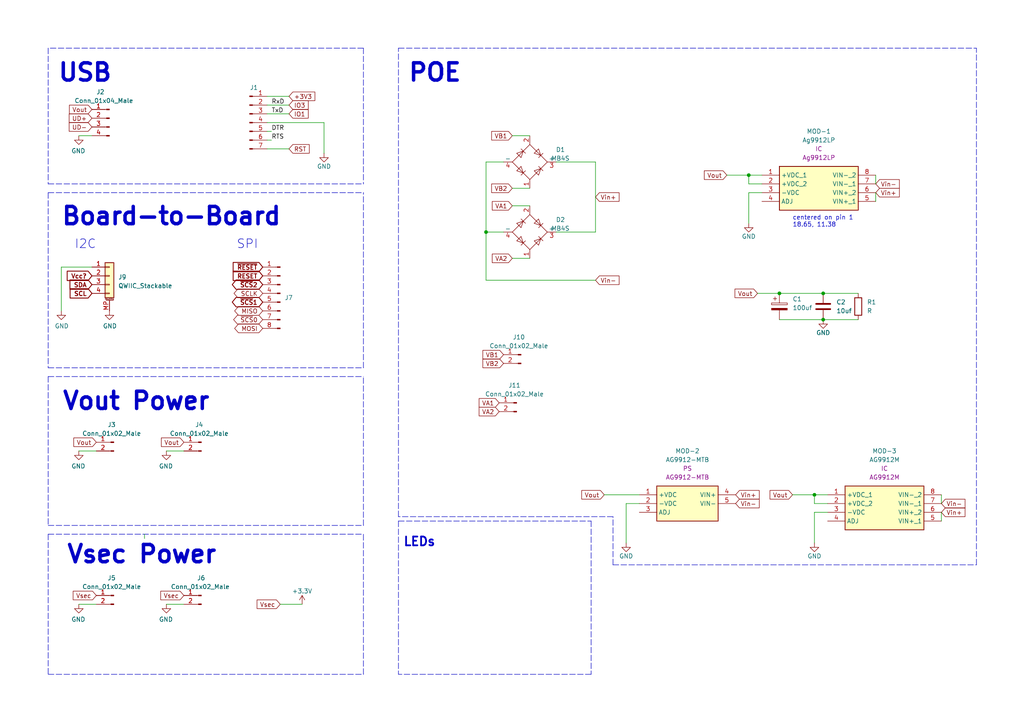
<source format=kicad_sch>
(kicad_sch (version 20211123) (generator eeschema)
  (paper "A4")
  (title_block (title "POE") (rev "0.2.0") (company "The Nerd Mage") (comment 2 "With help from Austins_Creations"))
  (lib_symbols
    (symbol "AG9912-MTB:AG9912-MTB"
      (property "Value" "AG9912-MTB" (at 0 0 0))
      (property "Reference_1" "PS" (at 24.13 7.62 0))
      (property "Value_1" "AG9912-MTB" (at 24.13 5.08 0))
      (symbol "AG9912-MTB_1_1"
        (rectangle (start 5.08 2.54) (end 22.86 -7.62) (stroke (width 0.254)) (fill (type background)))
        (pin passive line (at 0 0 0) (length 5.08) (name "+VDC") (number "1"))
        (pin passive line (at 0 -2.54 0) (length 5.08) (name "-VDC") (number "2"))
        (pin passive line (at 0 -5.08 0) (length 5.08) (name "ADJ") (number "3"))
        (pin passive line (at 27.94 0 180) (length 5.08) (name "VIN+") (number "4"))
        (pin passive line (at 27.94 -2.54 180) (length 5.08) (name "VIN-") (number "5"))
      )
    )
    (symbol "AG9912M:AG9912M"
      (property "Value" "AG9912M" (at 0 0 0))
      (property "Reference_1" "IC" (at 29.21 7.62 0))
      (property "Value_1" "AG9912M" (at 29.21 5.08 0))
      (symbol "AG9912M_1_1"
        (rectangle (start 5.08 2.54) (end 27.94 -10.16) (stroke (width 0.254)) (fill (type background)))
        (pin passive line (at 0 0 0) (length 5.08) (name "+VDC_1") (number "1"))
        (pin passive line (at 0 -2.54 0) (length 5.08) (name "+VDC_2") (number "2"))
        (pin passive line (at 0 -5.08 0) (length 5.08) (name "-VDC") (number "3"))
        (pin passive line (at 0 -7.62 0) (length 5.08) (name "ADJ") (number "4"))
        (pin passive line (at 33.02 -7.62 180) (length 5.08) (name "VIN+_1") (number "5"))
        (pin passive line (at 33.02 -5.08 180) (length 5.08) (name "VIN+_2") (number "6"))
        (pin passive line (at 33.02 -2.54 180) (length 5.08) (name "VIN-_1") (number "7"))
        (pin passive line (at 33.02 0 180) (length 5.08) (name "VIN-_2") (number "8"))
      )
    )
    (symbol "Ag9912LP:Ag9912LP"
      (property "Value" "Ag9912LP" (at 0 0 0))
      (property "Reference_1" "IC" (at 29.21 7.62 0))
      (property "Value_1" "Ag9912LP" (at 29.21 5.08 0))
      (symbol "Ag9912LP_1_1"
        (rectangle (start 5.08 2.54) (end 27.94 -10.16) (stroke (width 0.254)) (fill (type background)))
        (pin passive line (at 0 0 0) (length 5.08) (name "+VDC_1") (number "1"))
        (pin passive line (at 0 -2.54 0) (length 5.08) (name "+VDC_2") (number "2"))
        (pin passive line (at 0 -5.08 0) (length 5.08) (name "-VDC") (number "3"))
        (pin passive line (at 0 -7.62 0) (length 5.08) (name "ADJ") (number "4"))
        (pin passive line (at 33.02 -7.62 180) (length 5.08) (name "VIN+_1") (number "5"))
        (pin passive line (at 33.02 -5.08 180) (length 5.08) (name "VIN+_2") (number "6"))
        (pin passive line (at 33.02 -2.54 180) (length 5.08) (name "VIN-_1") (number "7"))
        (pin passive line (at 33.02 0 180) (length 5.08) (name "VIN-_2") (number "8"))
      )
    )
    (symbol "Connector:Conn_01x02_Male" (pin_names (offset 1.016) hide)
      (property "Reference" "J" (at 0 2.54 0))
      (property "Value" "Conn_01x02_Male" (at 0 -5.08 0))
      (symbol "Conn_01x02_Male_1_1"
        (polyline (pts (xy 1.27 -2.54) (xy 0.8636 -2.54)) (stroke (width 0.1524)))
        (polyline (pts (xy 1.27 0) (xy 0.8636 0)) (stroke (width 0.1524)))
        (rectangle (start 0.8636 -2.413) (end 0 -2.667) (stroke (width 0.1524)) (fill (type outline)))
        (rectangle (start 0.8636 0.127) (end 0 -0.127) (stroke (width 0.1524)) (fill (type outline)))
        (pin passive line (at 5.08 0 180) (length 3.81) (name "Pin_1") (number "1"))
        (pin passive line (at 5.08 -2.54 180) (length 3.81) (name "Pin_2") (number "2"))
      )
    )
    (symbol "Connector:Conn_01x04_Male" (pin_names (offset 1.016) hide)
      (property "Reference" "J" (at 0 5.08 0))
      (property "Value" "Conn_01x04_Male" (at 0 -7.62 0))
      (symbol "Conn_01x04_Male_1_1"
        (polyline (pts (xy 1.27 -5.08) (xy 0.8636 -5.08)) (stroke (width 0.1524)))
        (polyline (pts (xy 1.27 -2.54) (xy 0.8636 -2.54)) (stroke (width 0.1524)))
        (polyline (pts (xy 1.27 0) (xy 0.8636 0)) (stroke (width 0.1524)))
        (polyline (pts (xy 1.27 2.54) (xy 0.8636 2.54)) (stroke (width 0.1524)))
        (rectangle (start 0.8636 -4.953) (end 0 -5.207) (stroke (width 0.1524)) (fill (type outline)))
        (rectangle (start 0.8636 -2.413) (end 0 -2.667) (stroke (width 0.1524)) (fill (type outline)))
        (rectangle (start 0.8636 0.127) (end 0 -0.127) (stroke (width 0.1524)) (fill (type outline)))
        (rectangle (start 0.8636 2.667) (end 0 2.413) (stroke (width 0.1524)) (fill (type outline)))
        (pin passive line (at 5.08 2.54 180) (length 3.81) (name "Pin_1") (number "1"))
        (pin passive line (at 5.08 0 180) (length 3.81) (name "Pin_2") (number "2"))
        (pin passive line (at 5.08 -2.54 180) (length 3.81) (name "Pin_3") (number "3"))
        (pin passive line (at 5.08 -5.08 180) (length 3.81) (name "Pin_4") (number "4"))
      )
    )
    (symbol "Connector:Conn_01x07_Male" (pin_names (offset 1.016) hide)
      (property "Reference" "J" (at 0 10.16 0))
      (property "Value" "Conn_01x07_Male" (at 0 -10.16 0))
      (symbol "Conn_01x07_Male_1_1"
        (polyline (pts (xy 1.27 -7.62) (xy 0.8636 -7.62)) (stroke (width 0.1524)))
        (polyline (pts (xy 1.27 -5.08) (xy 0.8636 -5.08)) (stroke (width 0.1524)))
        (polyline (pts (xy 1.27 -2.54) (xy 0.8636 -2.54)) (stroke (width 0.1524)))
        (polyline (pts (xy 1.27 0) (xy 0.8636 0)) (stroke (width 0.1524)))
        (polyline (pts (xy 1.27 2.54) (xy 0.8636 2.54)) (stroke (width 0.1524)))
        (polyline (pts (xy 1.27 5.08) (xy 0.8636 5.08)) (stroke (width 0.1524)))
        (polyline (pts (xy 1.27 7.62) (xy 0.8636 7.62)) (stroke (width 0.1524)))
        (rectangle (start 0.8636 -7.493) (end 0 -7.747) (stroke (width 0.1524)) (fill (type outline)))
        (rectangle (start 0.8636 -4.953) (end 0 -5.207) (stroke (width 0.1524)) (fill (type outline)))
        (rectangle (start 0.8636 -2.413) (end 0 -2.667) (stroke (width 0.1524)) (fill (type outline)))
        (rectangle (start 0.8636 0.127) (end 0 -0.127) (stroke (width 0.1524)) (fill (type outline)))
        (rectangle (start 0.8636 2.667) (end 0 2.413) (stroke (width 0.1524)) (fill (type outline)))
        (rectangle (start 0.8636 5.207) (end 0 4.953) (stroke (width 0.1524)) (fill (type outline)))
        (rectangle (start 0.8636 7.747) (end 0 7.493) (stroke (width 0.1524)) (fill (type outline)))
        (pin passive line (at 5.08 7.62 180) (length 3.81) (name "Pin_1") (number "1"))
        (pin passive line (at 5.08 5.08 180) (length 3.81) (name "Pin_2") (number "2"))
        (pin passive line (at 5.08 2.54 180) (length 3.81) (name "Pin_3") (number "3"))
        (pin passive line (at 5.08 0 180) (length 3.81) (name "Pin_4") (number "4"))
        (pin passive line (at 5.08 -2.54 180) (length 3.81) (name "Pin_5") (number "5"))
        (pin passive line (at 5.08 -5.08 180) (length 3.81) (name "Pin_6") (number "6"))
        (pin passive line (at 5.08 -7.62 180) (length 3.81) (name "Pin_7") (number "7"))
      )
    )
    (symbol "Connector:Conn_01x08_Male" (pin_names (offset 1.016) hide)
      (property "Reference" "J" (at 0 10.16 0))
      (property "Value" "Conn_01x08_Male" (at 0 -12.7 0))
      (symbol "Conn_01x08_Male_1_1"
        (polyline (pts (xy 1.27 -10.16) (xy 0.8636 -10.16)) (stroke (width 0.1524)))
        (polyline (pts (xy 1.27 -7.62) (xy 0.8636 -7.62)) (stroke (width 0.1524)))
        (polyline (pts (xy 1.27 -5.08) (xy 0.8636 -5.08)) (stroke (width 0.1524)))
        (polyline (pts (xy 1.27 -2.54) (xy 0.8636 -2.54)) (stroke (width 0.1524)))
        (polyline (pts (xy 1.27 0) (xy 0.8636 0)) (stroke (width 0.1524)))
        (polyline (pts (xy 1.27 2.54) (xy 0.8636 2.54)) (stroke (width 0.1524)))
        (polyline (pts (xy 1.27 5.08) (xy 0.8636 5.08)) (stroke (width 0.1524)))
        (polyline (pts (xy 1.27 7.62) (xy 0.8636 7.62)) (stroke (width 0.1524)))
        (rectangle (start 0.8636 -10.033) (end 0 -10.287) (stroke (width 0.1524)) (fill (type outline)))
        (rectangle (start 0.8636 -7.493) (end 0 -7.747) (stroke (width 0.1524)) (fill (type outline)))
        (rectangle (start 0.8636 -4.953) (end 0 -5.207) (stroke (width 0.1524)) (fill (type outline)))
        (rectangle (start 0.8636 -2.413) (end 0 -2.667) (stroke (width 0.1524)) (fill (type outline)))
        (rectangle (start 0.8636 0.127) (end 0 -0.127) (stroke (width 0.1524)) (fill (type outline)))
        (rectangle (start 0.8636 2.667) (end 0 2.413) (stroke (width 0.1524)) (fill (type outline)))
        (rectangle (start 0.8636 5.207) (end 0 4.953) (stroke (width 0.1524)) (fill (type outline)))
        (rectangle (start 0.8636 7.747) (end 0 7.493) (stroke (width 0.1524)) (fill (type outline)))
        (pin passive line (at 5.08 7.62 180) (length 3.81) (name "Pin_1") (number "1"))
        (pin passive line (at 5.08 5.08 180) (length 3.81) (name "Pin_2") (number "2"))
        (pin passive line (at 5.08 2.54 180) (length 3.81) (name "Pin_3") (number "3"))
        (pin passive line (at 5.08 0 180) (length 3.81) (name "Pin_4") (number "4"))
        (pin passive line (at 5.08 -2.54 180) (length 3.81) (name "Pin_5") (number "5"))
        (pin passive line (at 5.08 -5.08 180) (length 3.81) (name "Pin_6") (number "6"))
        (pin passive line (at 5.08 -7.62 180) (length 3.81) (name "Pin_7") (number "7"))
        (pin passive line (at 5.08 -10.16 180) (length 3.81) (name "Pin_8") (number "8"))
      )
    )
    (symbol "Connector_QWIIC_Stackable:QWIIC_Stackable" (pin_names (offset 1.016) hide)
      (property "Reference" "J" (at 0 5.08 0))
      (property "Value" "QWIIC_Stackable" (at 1.27 -7.62 0))
      (symbol "QWIIC_Stackable_1_1"
        (rectangle (start -1.27 -4.953) (end 0 -5.207) (stroke (width 0.1524)))
        (rectangle (start -1.27 -2.413) (end 0 -2.667) (stroke (width 0.1524)))
        (rectangle (start -1.27 0.127) (end 0 -0.127) (stroke (width 0.1524)))
        (rectangle (start -1.27 2.667) (end 0 2.413) (stroke (width 0.1524)))
        (rectangle (start -1.27 3.81) (end 1.27 -6.35) (stroke (width 0.254)) (fill (type background)))
        (polyline (pts (xy -1.016 -7.112) (xy 1.016 -7.112)) (stroke (width 0.1524)))
        (text "Mounting" (at 0 -6.731 0) (effects (font (size 0.381 0.381))))
        (pin passive line (at -5.08 2.54 0) (length 3.81) (name "Pin_1") (number "1"))
        (pin passive line (at -5.08 0 0) (length 3.81) (name "Pin_2") (number "2"))
        (pin passive line (at -5.08 -2.54 0) (length 3.81) (name "Pin_3") (number "3"))
        (pin passive line (at -5.08 -5.08 0) (length 3.81) (name "Pin_4") (number "4"))
        (pin passive line (at 0 -10.16 90) (length 3.048) (name "MountPin") (number "MP"))
      )
    )
    (symbol "Device:C" (pin_numbers hide) (pin_names (offset 0.254))
      (property "Reference" "C" (at 0.635 2.54 0))
      (property "Value" "C" (at 0.635 -2.54 0))
      (symbol "C_0_1"
        (polyline (pts (xy -2.032 -0.762) (xy 2.032 -0.762)) (stroke (width 0.508)))
        (polyline (pts (xy -2.032 0.762) (xy 2.032 0.762)) (stroke (width 0.508)))
      )
      (symbol "C_1_1"
        (pin passive line (at 0 3.81 270) (length 2.794) (name "~") (number "1"))
        (pin passive line (at 0 -3.81 90) (length 2.794) (name "~") (number "2"))
      )
    )
    (symbol "Device:C_Polarized" (pin_numbers hide) (pin_names (offset 0.254))
      (property "Reference" "C" (at 0.635 2.54 0))
      (property "Value" "C_Polarized" (at 0.635 -2.54 0))
      (symbol "C_Polarized_0_1"
        (rectangle (start -2.286 0.508) (end 2.286 1.016))
        (polyline (pts (xy -1.778 2.286) (xy -0.762 2.286)))
        (polyline (pts (xy -1.27 2.794) (xy -1.27 1.778)))
        (rectangle (start 2.286 -0.508) (end -2.286 -1.016) (fill (type outline)))
      )
      (symbol "C_Polarized_1_1"
        (pin passive line (at 0 3.81 270) (length 2.794) (name "~") (number "1"))
        (pin passive line (at 0 -3.81 90) (length 2.794) (name "~") (number "2"))
      )
    )
    (symbol "Device:R" (pin_numbers hide) (pin_names (offset 0))
      (property "Reference" "R" (at 2.032 0 90))
      (property "Value" "R" (at 0 0 90))
      (symbol "R_0_1"
        (rectangle (start -1.016 -2.54) (end 1.016 2.54) (stroke (width 0.254)))
      )
      (symbol "R_1_1"
        (pin passive line (at 0 3.81 270) (length 1.27) (name "~") (number "1"))
        (pin passive line (at 0 -3.81 90) (length 1.27) (name "~") (number "2"))
      )
    )
    (symbol "Diode_Bridge:MB4S" (pin_names (offset 0))
      (property "Reference" "D" (at 2.54 6.985 0))
      (property "Value" "MB4S" (at 2.54 5.08 0))
      (symbol "MB4S_0_1"
        (polyline (pts (xy -2.54 3.81) (xy -1.27 2.54)))
        (polyline (pts (xy -1.27 -2.54) (xy -2.54 -3.81)))
        (polyline (pts (xy 2.54 -1.27) (xy 3.81 -2.54)))
        (polyline (pts (xy 2.54 1.27) (xy 3.81 2.54)))
        (polyline (pts (xy -3.81 2.54) (xy -2.54 1.27) (xy -1.905 3.175) (xy -3.81 2.54)))
        (polyline (pts (xy -2.54 -1.27) (xy -3.81 -2.54) (xy -1.905 -3.175) (xy -2.54 -1.27)))
        (polyline (pts (xy 1.27 2.54) (xy 2.54 3.81) (xy 3.175 1.905) (xy 1.27 2.54)))
        (polyline (pts (xy 3.175 -1.905) (xy 1.27 -2.54) (xy 2.54 -3.81) (xy 3.175 -1.905)))
        (polyline (pts (xy -5.08 0) (xy 0 -5.08) (xy 5.08 0) (xy 0 5.08) (xy -5.08 0)))
      )
      (symbol "MB4S_1_1"
        (pin passive line (at 0 -7.62 90) (length 2.54) (name "~") (number "1"))
        (pin passive line (at 0 7.62 270) (length 2.54) (name "~") (number "2"))
        (pin passive line (at 7.62 0 180) (length 2.54) (name "+") (number "3"))
        (pin passive line (at -7.62 0 0) (length 2.54) (name "-") (number "4"))
      )
    )
    (symbol "power:+3.3V" (power) (pin_names (offset 0))
      (property "Value" "+3.3V" (at 0 3.556 0))
      (symbol "+3.3V_0_1"
        (polyline (pts (xy -0.762 1.27) (xy 0 2.54)))
        (polyline (pts (xy 0 0) (xy 0 2.54)))
        (polyline (pts (xy 0 2.54) (xy 0.762 1.27)))
      )
      (symbol "+3.3V_1_1"
        (pin power_in line (at 0 0 90) (length 0) hide (name "+3.3V") (number "1"))
      )
    )
    (symbol "power:GND" (power) (pin_names (offset 0))
      (property "Value" "GND" (at 0 -3.81 0))
      (symbol "GND_0_1"
        (polyline (pts (xy 0 0) (xy 0 -1.27) (xy 1.27 -1.27) (xy 0 -2.54) (xy -1.27 -1.27) (xy 0 -1.27)))
      )
      (symbol "GND_1_1"
        (pin power_in line (at 0 0 270) (length 0) hide (name "GND") (number "1"))
      )
    )
  )
  (junction (at 238.76 85.09))
  (junction (at 238.76 92.71))
  (junction (at 140.97 67.31))
  (junction (at 226.06 85.09))
  (junction (at 217.17 50.8))
  (junction (at 236.22 143.51))
  (wire (pts (xy 226.06 92.71) (xy 238.76 92.71)))
  (polyline (pts (xy 303.53 15.24) (xy 303.53 20.32)))
  (wire (pts (xy 148.59 74.93) (xy 153.67 74.93)))
  (polyline (pts (xy 115.57 151.13) (xy 171.45 151.13)))
  (polyline (pts (xy 105.41 13.97) (xy 105.41 53.34)))
  (wire (pts (xy 77.47 27.94) (xy 83.82 27.94)))
  (wire (pts (xy 254 50.8) (xy 254 53.34)))
  (wire (pts (xy 236.22 146.05) (xy 236.22 143.51)))
  (wire (pts (xy 181.61 146.05) (xy 185.42 146.05)))
  (polyline (pts (xy 105.41 13.97) (xy 13.97 13.97)))
  (polyline (pts (xy 13.97 152.4) (xy 105.41 152.4)))
  (polyline (pts (xy 115.57 151.13) (xy 115.57 195.58)))
  (wire (pts (xy 140.97 81.28) (xy 140.97 67.31)))
  (polyline (pts (xy 13.97 55.88) (xy 105.41 55.88)))
  (polyline (pts (xy 105.41 152.4) (xy 105.41 109.22)))
  (wire (pts (xy 77.47 33.02) (xy 83.82 33.02)))
  (wire (pts (xy 148.59 39.37) (xy 153.67 39.37)))
  (wire (pts (xy 217.17 50.8) (xy 220.98 50.8)))
  (wire (pts (xy 226.06 85.09) (xy 238.76 85.09)))
  (wire (pts (xy 26.67 77.47) (xy 17.78 77.47)))
  (polyline (pts (xy 13.97 154.94) (xy 105.41 154.94)))
  (polyline (pts (xy 13.97 109.22) (xy 13.97 152.4)))
  (wire (pts (xy 240.03 148.59) (xy 236.22 148.59)))
  (wire (pts (xy 210.82 50.8) (xy 217.17 50.8)))
  (wire (pts (xy 181.61 157.48) (xy 181.61 146.05)))
  (polyline (pts (xy 171.45 195.58) (xy 115.57 195.58)))
  (wire (pts (xy 140.97 67.31) (xy 140.97 46.99)))
  (polyline (pts (xy 13.97 195.58) (xy 105.41 195.58)))
  (wire (pts (xy 26.67 39.37) (xy 22.86 39.37)))
  (wire (pts (xy 172.72 81.28) (xy 140.97 81.28)))
  (wire (pts (xy 229.87 143.51) (xy 236.22 143.51)))
  (polyline (pts (xy 13.97 53.34) (xy 105.41 53.34)))
  (wire (pts (xy 220.98 53.34) (xy 217.17 53.34)))
  (wire (pts (xy 217.17 53.34) (xy 217.17 50.8)))
  (polyline (pts (xy 115.57 149.86) (xy 115.57 13.97)))
  (wire (pts (xy 273.05 143.51) (xy 273.05 146.05)))
  (polyline (pts (xy 105.41 195.58) (xy 105.41 154.94)))
  (wire (pts (xy 217.17 55.88) (xy 217.17 64.77)))
  (polyline (pts (xy 13.97 154.94) (xy 13.97 195.58)))
  (wire (pts (xy 77.47 43.18) (xy 83.82 43.18)))
  (polyline (pts (xy 115.57 13.97) (xy 283.21 13.97)))
  (polyline (pts (xy 177.8 149.86) (xy 115.57 149.86)))
  (polyline (pts (xy 13.97 13.97) (xy 13.97 53.34)))
  (wire (pts (xy 93.98 35.56) (xy 77.47 35.56)))
  (wire (pts (xy 219.71 85.09) (xy 226.06 85.09)))
  (wire (pts (xy 48.26 130.81) (xy 53.34 130.81)))
  (wire (pts (xy 161.29 67.31) (xy 172.72 67.31)))
  (wire (pts (xy 140.97 46.99) (xy 146.05 46.99)))
  (wire (pts (xy 240.03 146.05) (xy 236.22 146.05)))
  (wire (pts (xy 22.86 130.81) (xy 27.94 130.81)))
  (wire (pts (xy 236.22 143.51) (xy 240.03 143.51)))
  (wire (pts (xy 77.47 40.64) (xy 78.74 40.64)))
  (polyline (pts (xy 177.8 163.83) (xy 177.8 149.86)))
  (wire (pts (xy 77.47 30.48) (xy 83.82 30.48)))
  (wire (pts (xy 236.22 148.59) (xy 236.22 157.48)))
  (wire (pts (xy 41.91 156.21) (xy 41.91 154.94)))
  (polyline (pts (xy 13.97 106.68) (xy 105.41 106.68)))
  (wire (pts (xy 172.72 46.99) (xy 172.72 67.31)))
  (wire (pts (xy 161.29 46.99) (xy 172.72 46.99)))
  (wire (pts (xy 48.26 175.26) (xy 53.34 175.26)))
  (wire (pts (xy 148.59 59.69) (xy 153.67 59.69)))
  (wire (pts (xy 220.98 55.88) (xy 217.17 55.88)))
  (wire (pts (xy 93.98 44.45) (xy 93.98 35.56)))
  (polyline (pts (xy 177.8 163.83) (xy 283.21 163.83)))
  (wire (pts (xy 238.76 92.71) (xy 248.92 92.71)))
  (polyline (pts (xy 13.97 55.88) (xy 13.97 106.68)))
  (wire (pts (xy 17.78 77.47) (xy 17.78 90.17)))
  (wire (pts (xy 175.26 143.51) (xy 185.42 143.51)))
  (polyline (pts (xy 171.45 151.13) (xy 171.45 195.58)))
  (wire (pts (xy 81.28 175.26) (xy 87.63 175.26)))
  (wire (pts (xy 273.05 148.59) (xy 273.05 151.13)))
  (wire (pts (xy 148.59 54.61) (xy 153.67 54.61)))
  (wire (pts (xy 140.97 67.31) (xy 146.05 67.31)))
  (wire (pts (xy 77.47 38.1) (xy 78.74 38.1)))
  (polyline (pts (xy 283.21 163.83) (xy 283.21 13.97)))
  (polyline (pts (xy 13.97 109.22) (xy 105.41 109.22)))
  (polyline (pts (xy 105.41 106.68) (xy 105.41 55.88)))
  (wire (pts (xy 238.76 85.09) (xy 248.92 85.09)))
  (wire (pts (xy 254 55.88) (xy 254 58.42)))
  (wire (pts (xy 22.86 175.26) (xy 27.94 175.26)))
  (text "Vsec Power" (at 19.05 163.83 0) (effects (font (size 5 5) (thickness 1) bold) (justify left bottom)))
  (text "Vout Power" (at 17.78 119.38 0) (effects (font (size 5 5) (thickness 1) bold) (justify left bottom)))
  (text "I2C" (at 21.59 72.39 0) (effects (font (size 2.54 2.54)) (justify left bottom)))
  (text "USB" (at 16.51 24.13 0) (effects (font (size 5 5) (thickness 1) bold) (justify left bottom)))
  (text "centered on pin 1\n18.65, 11.38\n" (at 229.87 66.04 0) (effects (font (size 1.27 1.27)) (justify left bottom)))
  (text "Board-to-Board" (at 17.5078 65.7825 0) (effects (font (size 5 5) (thickness 1) bold) (justify left bottom)))
  (text "SPI" (at 68.58 72.39 0) (effects (font (size 2.54 2.54)) (justify left bottom)))
  (text "POE" (at 118.11 24.13 0) (effects (font (size 5 5) (thickness 1) bold) (justify left bottom)))
  (text "LEDs" (at 116.84 158.75 180) (effects (font (size 2.54 2.54) (thickness 0.508) bold) (justify left bottom)))
  (label "TxD" (at 78.74 33.02 0))
  (label "DTR" (at 78.74 38.1 0))
  (label "RTS" (at 78.74 40.64 0))
  (label "RxD" (at 78.74 30.48 0))
  (global_label "Vin-" (shape input) (at 254 53.34 0) (property "Intersheet References" "${INTERSHEET_REFS}" (effects hide)))
  (global_label "Vout" (shape input) (at 210.82 50.8 180) (property "Intersheet References" "${INTERSHEET_REFS}" (effects hide)))
  (global_label "Vcc?" (shape input) (at 26.67 80.01 180) (effects (font (thickness 0.254) bold)) (property "Intersheet References" "${INTERSHEET_REFS}" (effects hide)))
  (global_label "Vout" (shape input) (at 26.67 31.75 180) (property "Intersheet References" "${INTERSHEET_REFS}" (effects hide)))
  (global_label "Vin+" (shape input) (at 273.05 148.59 0) (property "Intersheet References" "${INTERSHEET_REFS}" (effects hide)))
  (global_label "~{SCS}1" (shape bidirectional) (at 76.2 87.63 180) (effects (font (thickness 0.254) bold)) (property "Intersheet References" "${INTERSHEET_REFS}" (effects hide)))
  (global_label "Vout" (shape input) (at 229.87 143.51 180) (property "Intersheet References" "${INTERSHEET_REFS}" (effects hide)))
  (global_label "Vout" (shape input) (at 27.94 128.27 180) (property "Intersheet References" "${INTERSHEET_REFS}" (effects hide)))
  (global_label "IO3" (shape input) (at 83.82 30.48 0) (property "Intersheet References" "${INTERSHEET_REFS}" (effects hide)))
  (global_label "Vsec" (shape input) (at 81.28 175.26 180) (property "Intersheet References" "${INTERSHEET_REFS}" (effects hide)))
  (global_label "~{SCS}0" (shape bidirectional) (at 76.2 92.71 180) (property "Intersheet References" "${INTERSHEET_REFS}" (effects hide)))
  (global_label "Vout" (shape input) (at 53.34 128.27 180) (property "Intersheet References" "${INTERSHEET_REFS}" (effects hide)))
  (global_label "Vsec" (shape input) (at 27.94 172.72 180) (property "Intersheet References" "${INTERSHEET_REFS}" (effects hide)))
  (global_label "IO1" (shape input) (at 83.82 33.02 0) (property "Intersheet References" "${INTERSHEET_REFS}" (effects hide)))
  (global_label "VB1" (shape input) (at 148.59 39.37 180) (property "Intersheet References" "${INTERSHEET_REFS}" (effects hide)))
  (global_label "UD-" (shape input) (at 26.67 36.83 180) (property "Intersheet References" "${INTERSHEET_REFS}" (effects hide)))
  (global_label "VB2" (shape input) (at 146.05 105.41 180) (property "Intersheet References" "${INTERSHEET_REFS}" (effects hide)))
  (global_label "Vin+" (shape input) (at 213.36 143.51 0) (property "Intersheet References" "${INTERSHEET_REFS}" (effects hide)))
  (global_label "MISO" (shape bidirectional) (at 76.2 90.17 180) (property "Intersheet References" "${INTERSHEET_REFS}" (effects hide)))
  (global_label "Vin-" (shape input) (at 213.36 146.05 0) (property "Intersheet References" "${INTERSHEET_REFS}" (effects hide)))
  (global_label "SCLK" (shape bidirectional) (at 76.2 85.09 180) (property "Intersheet References" "${INTERSHEET_REFS}" (effects hide)))
  (global_label "Vin+" (shape input) (at 254 55.88 0) (property "Intersheet References" "${INTERSHEET_REFS}" (effects hide)))
  (global_label "VA1" (shape input) (at 148.59 59.69 180) (property "Intersheet References" "${INTERSHEET_REFS}" (effects hide)))
  (global_label "VA2" (shape input) (at 144.78 119.38 180) (property "Intersheet References" "${INTERSHEET_REFS}" (effects hide)))
  (global_label "Vout" (shape input) (at 219.71 85.09 180) (property "Intersheet References" "${INTERSHEET_REFS}" (effects hide)))
  (global_label "SDA" (shape input) (at 26.67 82.55 180) (effects (font bold)) (property "Intersheet References" "${INTERSHEET_REFS}" (effects hide)))
  (global_label "Vin+" (shape input) (at 172.72 57.15 0) (property "Intersheet References" "${INTERSHEET_REFS}" (effects hide)))
  (global_label "+3V3" (shape input) (at 83.82 27.94 0) (property "Intersheet References" "${INTERSHEET_REFS}" (effects hide)))
  (global_label "Vin-" (shape input) (at 172.72 81.28 0) (property "Intersheet References" "${INTERSHEET_REFS}" (effects hide)))
  (global_label "SCL" (shape input) (at 26.67 85.09 180) (effects (font (thickness 0.254) bold)) (property "Intersheet References" "${INTERSHEET_REFS}" (effects hide)))
  (global_label "VA2" (shape input) (at 148.59 74.93 180) (property "Intersheet References" "${INTERSHEET_REFS}" (effects hide)))
  (global_label "RESET" (shape input) (at 76.2 80.01 180) (effects (font (thickness 0.254) bold)) (property "Intersheet References" "${INTERSHEET_REFS}" (effects hide)))
  (global_label "VB2" (shape input) (at 148.59 54.61 180) (property "Intersheet References" "${INTERSHEET_REFS}" (effects hide)))
  (global_label "~{RESET}" (shape input) (at 76.2 77.47 180) (effects (font (thickness 0.254) bold)) (property "Intersheet References" "${INTERSHEET_REFS}" (effects hide)))
  (global_label "VB1" (shape input) (at 146.05 102.87 180) (property "Intersheet References" "${INTERSHEET_REFS}" (effects hide)))
  (global_label "MOSI" (shape bidirectional) (at 76.2 95.25 180) (property "Intersheet References" "${INTERSHEET_REFS}" (effects hide)))
  (global_label "Vsec" (shape input) (at 53.34 172.72 180) (property "Intersheet References" "${INTERSHEET_REFS}" (effects hide)))
  (global_label "~{SCS}2" (shape bidirectional) (at 76.2 82.55 180) (effects (font (thickness 0.254) bold)) (property "Intersheet References" "${INTERSHEET_REFS}" (effects hide)))
  (global_label "Vin-" (shape input) (at 273.05 146.05 0) (property "Intersheet References" "${INTERSHEET_REFS}" (effects hide)))
  (global_label "UD+" (shape input) (at 26.67 34.29 180) (property "Intersheet References" "${INTERSHEET_REFS}" (effects hide)))
  (global_label "RST" (shape input) (at 83.82 43.18 0) (property "Intersheet References" "${INTERSHEET_REFS}" (effects hide)))
  (global_label "Vout" (shape input) (at 175.26 143.51 180) (property "Intersheet References" "${INTERSHEET_REFS}" (effects hide)))
  (global_label "VA1" (shape input) (at 144.78 116.84 180) (property "Intersheet References" "${INTERSHEET_REFS}" (effects hide)))
  (symbol (lib_id "Ag9912LP:Ag9912LP") (at 220.98 50.8 0) (unit 1)
    (property "Reference" "MOD-1" (at 237.49 38.1 0))
    (property "Value" "Ag9912LP" (at 237.49 40.64 0))
    (property "Footprint" "Tinker:Ag9912LP" (effects hide))
    (property "Reference_1" "IC" (at 237.49 43.18 0))
    (property "Value_1" "Ag9912LP" (at 237.49 45.72 0))
    (property "Footprint_1" "Ag9912LP" (effects hide))
    (property "Datasheet_1" "https://au.mouser.com/datasheet/2/1048/Ag9900M-datasheet-ultra-miniature-isolated-Power-o-1804309.pdf" (effects hide))
    (property "Height" "8" (effects hide))
    (property "Manufacturer_Name" "Silvertel" (effects hide))
    (property "Manufacturer_Part_Number" "Ag9912LP" (effects hide))
    (property "Mouser Part Number" "480-AG9912LP" (effects hide))
    (property "Mouser Price/Stock" "https://www.mouser.co.uk/ProductDetail/Silvertel/Ag9912LP?qs=OlC7AqGiEDllGSVQiYaPRA%3D%3D" (effects hide))
  )
  (symbol (lib_id "Connector:Conn_01x02_Male") (at 33.02 128.27 0) (mirror y) (unit 1) (in_bom no)
    (property "Reference" "J3" (at 32.385 123.19 0))
    (property "Value" "Conn_01x02_Male" (at 32.385 125.73 0))
    (property "Footprint" "Tinker:Board_Stacker_2" (effects hide))
  )
  (symbol (lib_id "Device:R") (at 248.92 88.9 0) (unit 1)
    (property "Reference" "R1" (at 251.46 87.6299 0) (effects (justify left)))
    (property "Value" "R" (at 251.46 90.1699 0) (effects (justify left)))
    (property "Footprint" "Resistor_SMD:R_0805_2012Metric" (effects hide))
  )
  (symbol (lib_id "power:GND") (at 22.86 39.37 0) (mirror y) (unit 1)
    (property "Reference" "#PWR0106" (effects hide))
    (property "Value" "GND" (at 22.733 43.7642 0))
  )
  (symbol (lib_id "Connector:Conn_01x02_Male") (at 58.42 128.27 0) (mirror y) (unit 1) (in_bom no)
    (property "Reference" "J4" (at 57.785 123.19 0))
    (property "Value" "Conn_01x02_Male" (at 57.785 125.73 0))
    (property "Footprint" "Tinker:Board_Stacker_2" (effects hide))
  )
  (symbol (lib_id "power:GND") (at 236.22 157.48 0) (unit 1)
    (property "Reference" "#PWR0108" (effects hide))
    (property "Value" "GND" (at 236.22 161.29 0))
  )
  (symbol (lib_id "power:GND") (at 93.98 44.45 0) (unit 1)
    (property "Reference" "#PWR0103" (effects hide))
    (property "Value" "GND" (at 93.98 48.26 0))
  )
  (symbol (lib_id "AG9912M:AG9912M") (at 240.03 143.51 0) (unit 1) (in_bom no) (on_board no)
    (property "Reference" "MOD-3" (at 256.54 130.81 0))
    (property "Value" "AG9912M" (at 256.54 133.35 0))
    (property "Footprint" "Tinker:AG9912M" (effects hide))
    (property "Reference_1" "IC" (at 256.54 135.89 0))
    (property "Value_1" "AG9912M" (at 256.54 138.43 0))
    (property "Footprint_1" "AG9912M" (effects hide))
    (property "Datasheet_1" "https://www.mouser.com/datasheet/2/1048/Ag9900M-datasheet-ultra-miniature-isolated-Power-o-1804309.pdf" (effects hide))
    (property "Height" "13.85" (effects hide))
    (property "Manufacturer_Name" "Silvertel" (effects hide))
    (property "Manufacturer_Part_Number" "AG9912M" (effects hide))
    (property "Mouser Part Number" "480-AG9912M" (effects hide))
    (property "Mouser Price/Stock" "https://www.mouser.co.uk/ProductDetail/Silvertel/Ag9912M?qs=OlC7AqGiEDkycJrCl2xLig%3D%3D" (effects hide))
  )
  (symbol (lib_id "power:GND") (at 22.86 130.81 0) (mirror y) (unit 1)
    (property "Reference" "#PWR0104" (effects hide))
    (property "Value" "GND" (at 22.733 135.2042 0))
  )
  (symbol (lib_id "Connector:Conn_01x02_Male") (at 149.86 116.84 0) (mirror y) (unit 1) (in_bom no)
    (property "Reference" "J11" (at 149.225 111.76 0))
    (property "Value" "Conn_01x02_Male" (at 149.225 114.3 0))
    (property "Footprint" "Tinker:Board_Stacker_2" (effects hide))
  )
  (symbol (lib_id "Connector:Conn_01x02_Male") (at 151.13 102.87 0) (mirror y) (unit 1) (in_bom no)
    (property "Reference" "J10" (at 150.495 97.79 0))
    (property "Value" "Conn_01x02_Male" (at 150.495 100.33 0))
    (property "Footprint" "Tinker:Board_Stacker_2" (effects hide))
  )
  (symbol (lib_id "Diode_Bridge:MB4S") (at 153.67 46.99 0) (unit 1)
    (property "Reference" "D1" (at 162.56 43.4086 0))
    (property "Value" "MB4S" (at 162.56 45.9486 0))
    (property "Footprint" "Package_TO_SOT_SMD:TO-269AA" (effects hide))
    (property "Datasheet" "http://www.vishay.com/docs/88661/mb2s.pdf" (effects hide))
  )
  (symbol (lib_id "power:GND") (at 48.26 175.26 0) (mirror y) (unit 1)
    (property "Reference" "#PWR0101" (effects hide))
    (property "Value" "GND" (at 48.133 179.6542 0))
  )
  (symbol (lib_id "power:GND") (at 48.26 130.81 0) (mirror y) (unit 1)
    (property "Reference" "#PWR0102" (effects hide))
    (property "Value" "GND" (at 48.133 135.2042 0))
  )
  (symbol (lib_id "power:GND") (at 22.86 175.26 0) (mirror y) (unit 1)
    (property "Reference" "#PWR0120" (effects hide))
    (property "Value" "GND" (at 22.733 179.6542 0))
  )
  (symbol (lib_id "Connector:Conn_01x07_Male") (at 72.39 35.56 0) (unit 1) (in_bom no) (on_board no)
    (property "Reference" "J1" (at 73.66 25.4 0))
    (property "Value" "Conn_01x07_Male" (effects hide))
    (property "Footprint" "Tinker:Board_Stacker_7" (effects hide))
    (property "Note" "Footprint only" (effects hide))
  )
  (symbol (lib_id "power:GND") (at 181.61 157.48 0) (unit 1)
    (property "Reference" "#PWR0107" (effects hide))
    (property "Value" "GND" (at 181.61 161.29 0))
  )
  (symbol (lib_id "Connector_QWIIC_Stackable:QWIIC_Stackable") (at 31.75 80.01 0) (unit 1) (in_bom no)
    (property "Reference" "J9" (at 34.29 80.3655 0) (effects (justify left)))
    (property "Value" "QWIIC_Stackable" (at 34.29 82.9055 0) (effects (justify left)))
    (property "Footprint" "Tinker:QWIIC_Stack_II" (effects hide))
  )
  (symbol (lib_id "Diode_Bridge:MB4S") (at 153.67 67.31 0) (unit 1)
    (property "Reference" "D2" (at 162.56 63.7286 0))
    (property "Value" "MB4S" (at 162.56 66.2686 0))
    (property "Footprint" "Package_TO_SOT_SMD:TO-269AA" (effects hide))
    (property "Datasheet" "http://www.vishay.com/docs/88661/mb2s.pdf" (effects hide))
  )
  (symbol (lib_id "Connector:Conn_01x02_Male") (at 58.42 172.72 0) (mirror y) (unit 1) (in_bom no)
    (property "Reference" "J6" (at 57.15 167.64 0) (effects (justify right)))
    (property "Value" "Conn_01x02_Male" (at 49.53 170.18 0) (effects (justify right)))
    (property "Footprint" "Tinker:Board_Stacker_2" (effects hide))
  )
  (symbol (lib_id "power:+3.3V") (at 87.63 175.26 0) (unit 1)
    (property "Reference" "#PWR0116" (effects hide))
    (property "Value" "+3.3V" (at 87.63 171.45 0))
  )
  (symbol (lib_id "power:GND") (at 217.17 64.77 0) (unit 1)
    (property "Reference" "#PWR0105" (effects hide))
    (property "Value" "GND" (at 217.17 68.58 0))
  )
  (symbol (lib_id "power:GND") (at 31.75 90.17 0) (unit 1)
    (property "Reference" "#PWR0123" (effects hide))
    (property "Value" "GND" (at 31.877 94.5642 0))
  )
  (symbol (lib_id "Connector:Conn_01x08_Male") (at 81.28 85.09 0) (mirror y) (unit 1)
    (property "Reference" "J7" (at 82.55 86.3599 0) (effects (justify right)))
    (property "Value" "Conn_01x08_Male" (effects hide))
    (property "Footprint" "Tinker:PinHeader_2x04_P1.27mm_Vertical" (effects hide))
    (property "LCSC" "C2881786 + C2684732" (effects hide))
  )
  (symbol (lib_id "Device:C_Polarized") (at 226.06 88.9 0) (unit 1)
    (property "Reference" "C1" (at 229.87 86.7409 0) (effects (justify left)))
    (property "Value" "100uf" (at 229.87 89.2809 0) (effects (justify left)))
    (property "Footprint" "Capacitor_SMD:CP_Elec_5x3" (effects hide))
  )
  (symbol (lib_id "Device:C") (at 238.76 88.9 0) (unit 1)
    (property "Reference" "C2" (at 242.57 87.6299 0) (effects (justify left)))
    (property "Value" "10uf" (at 242.57 90.1699 0) (effects (justify left)))
    (property "Footprint" "Capacitor_SMD:C_0805_2012Metric" (effects hide))
  )
  (symbol (lib_id "Connector:Conn_01x04_Male") (at 31.75 34.29 0) (mirror y) (unit 1) (in_bom no) (on_board no)
    (property "Reference" "J2" (at 27.94 26.67 0) (effects (justify right)))
    (property "Value" "Conn_01x04_Male" (at 21.59 29.21 0) (effects (justify right)))
    (property "Footprint" "Tinker:Board_Stacker_4" (effects hide))
  )
  (symbol (lib_id "power:GND") (at 17.78 90.17 0) (unit 1)
    (property "Reference" "#PWR0124" (effects hide))
    (property "Value" "GND" (at 17.907 94.5642 0))
  )
  (symbol (lib_id "AG9912-MTB:AG9912-MTB") (at 185.42 143.51 0) (unit 1) (in_bom no) (on_board no)
    (property "Reference" "MOD-2" (at 199.39 130.81 0))
    (property "Value" "AG9912-MTB" (at 199.39 133.35 0))
    (property "Footprint" "Tinker:AG9912MTB" (effects hide))
    (property "Reference_1" "PS" (at 199.39 135.89 0))
    (property "Value_1" "AG9912-MTB" (at 199.39 138.43 0))
    (property "Footprint_1" "AG9912MTB" (effects hide))
    (property "Datasheet_1" "https://silvertel.com/images/datasheets/Ag9900M-datasheet-ultra-miniature-isolated-Power-over-Ethernet-POE-module.pdf" (effects hide))
    (property "Height" "13.9" (effects hide))
    (property "Manufacturer_Name" "Silvertel" (effects hide))
    (property "Manufacturer_Part_Number" "AG9912-MTB" (effects hide))
    (property "Mouser Part Number" "480-AG9912-MTB" (effects hide))
    (property "Mouser Price/Stock" "https://www.mouser.co.uk/ProductDetail/Silvertel/AG9912-MTB?qs=vvQtp7zwQdOqoQu0dV4pzA%3D%3D" (effects hide))
  )
  (symbol (lib_id "Connector:Conn_01x02_Male") (at 33.02 172.72 0) (mirror y) (unit 1) (in_bom no)
    (property "Reference" "J5" (at 32.385 167.64 0))
    (property "Value" "Conn_01x02_Male" (at 32.385 170.18 0))
    (property "Footprint" "Tinker:Board_Stacker_2" (effects hide))
  )
  (symbol (lib_id "power:GND") (at 238.76 92.71 0) (unit 1)
    (property "Reference" "#PWR0109" (effects hide))
    (property "Value" "GND" (at 238.76 96.52 0))
  )
)
</source>
